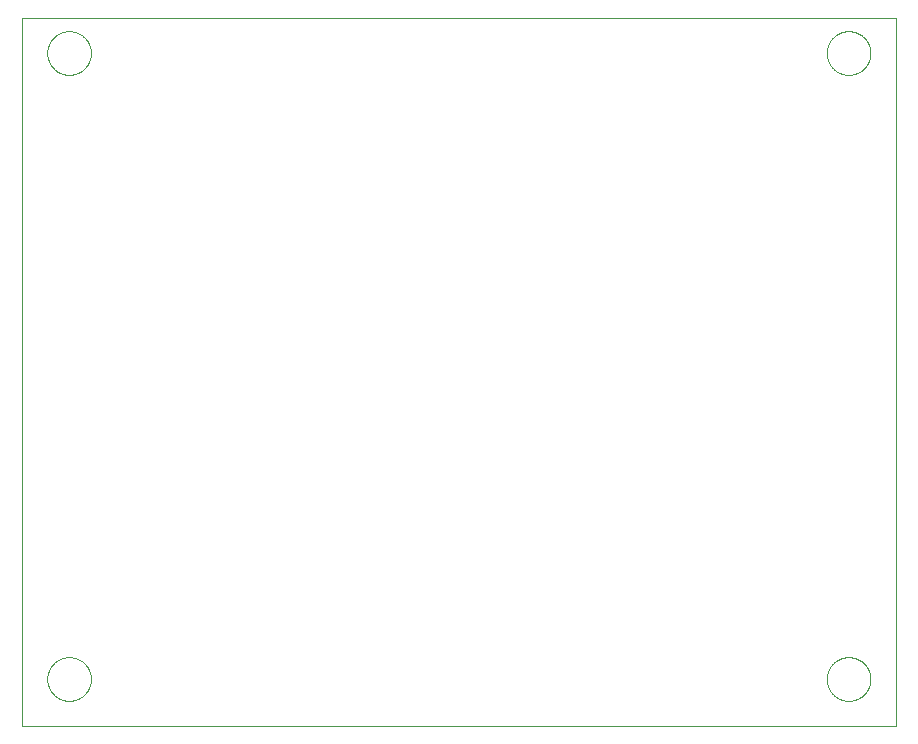
<source format=gko>
G75*
%MOIN*%
%OFA0B0*%
%FSLAX25Y25*%
%IPPOS*%
%LPD*%
%AMOC8*
5,1,8,0,0,1.08239X$1,22.5*
%
%ADD10C,0.00000*%
D10*
X0074954Y0001800D02*
X0074954Y0238020D01*
X0366293Y0238020D01*
X0366293Y0001800D01*
X0074954Y0001800D01*
X0083419Y0017548D02*
X0083421Y0017727D01*
X0083428Y0017905D01*
X0083439Y0018084D01*
X0083454Y0018262D01*
X0083474Y0018440D01*
X0083498Y0018617D01*
X0083526Y0018793D01*
X0083559Y0018969D01*
X0083596Y0019144D01*
X0083637Y0019318D01*
X0083683Y0019490D01*
X0083733Y0019662D01*
X0083787Y0019833D01*
X0083845Y0020002D01*
X0083907Y0020169D01*
X0083973Y0020335D01*
X0084044Y0020499D01*
X0084118Y0020662D01*
X0084197Y0020823D01*
X0084279Y0020981D01*
X0084365Y0021138D01*
X0084455Y0021292D01*
X0084549Y0021444D01*
X0084646Y0021594D01*
X0084748Y0021742D01*
X0084852Y0021886D01*
X0084960Y0022029D01*
X0085072Y0022168D01*
X0085187Y0022305D01*
X0085306Y0022439D01*
X0085427Y0022570D01*
X0085552Y0022698D01*
X0085680Y0022823D01*
X0085811Y0022944D01*
X0085945Y0023063D01*
X0086082Y0023178D01*
X0086221Y0023290D01*
X0086364Y0023398D01*
X0086508Y0023502D01*
X0086656Y0023604D01*
X0086806Y0023701D01*
X0086958Y0023795D01*
X0087112Y0023885D01*
X0087269Y0023971D01*
X0087427Y0024053D01*
X0087588Y0024132D01*
X0087751Y0024206D01*
X0087915Y0024277D01*
X0088081Y0024343D01*
X0088248Y0024405D01*
X0088417Y0024463D01*
X0088588Y0024517D01*
X0088760Y0024567D01*
X0088932Y0024613D01*
X0089106Y0024654D01*
X0089281Y0024691D01*
X0089457Y0024724D01*
X0089633Y0024752D01*
X0089810Y0024776D01*
X0089988Y0024796D01*
X0090166Y0024811D01*
X0090345Y0024822D01*
X0090523Y0024829D01*
X0090702Y0024831D01*
X0090881Y0024829D01*
X0091059Y0024822D01*
X0091238Y0024811D01*
X0091416Y0024796D01*
X0091594Y0024776D01*
X0091771Y0024752D01*
X0091947Y0024724D01*
X0092123Y0024691D01*
X0092298Y0024654D01*
X0092472Y0024613D01*
X0092644Y0024567D01*
X0092816Y0024517D01*
X0092987Y0024463D01*
X0093156Y0024405D01*
X0093323Y0024343D01*
X0093489Y0024277D01*
X0093653Y0024206D01*
X0093816Y0024132D01*
X0093977Y0024053D01*
X0094135Y0023971D01*
X0094292Y0023885D01*
X0094446Y0023795D01*
X0094598Y0023701D01*
X0094748Y0023604D01*
X0094896Y0023502D01*
X0095040Y0023398D01*
X0095183Y0023290D01*
X0095322Y0023178D01*
X0095459Y0023063D01*
X0095593Y0022944D01*
X0095724Y0022823D01*
X0095852Y0022698D01*
X0095977Y0022570D01*
X0096098Y0022439D01*
X0096217Y0022305D01*
X0096332Y0022168D01*
X0096444Y0022029D01*
X0096552Y0021886D01*
X0096656Y0021742D01*
X0096758Y0021594D01*
X0096855Y0021444D01*
X0096949Y0021292D01*
X0097039Y0021138D01*
X0097125Y0020981D01*
X0097207Y0020823D01*
X0097286Y0020662D01*
X0097360Y0020499D01*
X0097431Y0020335D01*
X0097497Y0020169D01*
X0097559Y0020002D01*
X0097617Y0019833D01*
X0097671Y0019662D01*
X0097721Y0019490D01*
X0097767Y0019318D01*
X0097808Y0019144D01*
X0097845Y0018969D01*
X0097878Y0018793D01*
X0097906Y0018617D01*
X0097930Y0018440D01*
X0097950Y0018262D01*
X0097965Y0018084D01*
X0097976Y0017905D01*
X0097983Y0017727D01*
X0097985Y0017548D01*
X0097983Y0017369D01*
X0097976Y0017191D01*
X0097965Y0017012D01*
X0097950Y0016834D01*
X0097930Y0016656D01*
X0097906Y0016479D01*
X0097878Y0016303D01*
X0097845Y0016127D01*
X0097808Y0015952D01*
X0097767Y0015778D01*
X0097721Y0015606D01*
X0097671Y0015434D01*
X0097617Y0015263D01*
X0097559Y0015094D01*
X0097497Y0014927D01*
X0097431Y0014761D01*
X0097360Y0014597D01*
X0097286Y0014434D01*
X0097207Y0014273D01*
X0097125Y0014115D01*
X0097039Y0013958D01*
X0096949Y0013804D01*
X0096855Y0013652D01*
X0096758Y0013502D01*
X0096656Y0013354D01*
X0096552Y0013210D01*
X0096444Y0013067D01*
X0096332Y0012928D01*
X0096217Y0012791D01*
X0096098Y0012657D01*
X0095977Y0012526D01*
X0095852Y0012398D01*
X0095724Y0012273D01*
X0095593Y0012152D01*
X0095459Y0012033D01*
X0095322Y0011918D01*
X0095183Y0011806D01*
X0095040Y0011698D01*
X0094896Y0011594D01*
X0094748Y0011492D01*
X0094598Y0011395D01*
X0094446Y0011301D01*
X0094292Y0011211D01*
X0094135Y0011125D01*
X0093977Y0011043D01*
X0093816Y0010964D01*
X0093653Y0010890D01*
X0093489Y0010819D01*
X0093323Y0010753D01*
X0093156Y0010691D01*
X0092987Y0010633D01*
X0092816Y0010579D01*
X0092644Y0010529D01*
X0092472Y0010483D01*
X0092298Y0010442D01*
X0092123Y0010405D01*
X0091947Y0010372D01*
X0091771Y0010344D01*
X0091594Y0010320D01*
X0091416Y0010300D01*
X0091238Y0010285D01*
X0091059Y0010274D01*
X0090881Y0010267D01*
X0090702Y0010265D01*
X0090523Y0010267D01*
X0090345Y0010274D01*
X0090166Y0010285D01*
X0089988Y0010300D01*
X0089810Y0010320D01*
X0089633Y0010344D01*
X0089457Y0010372D01*
X0089281Y0010405D01*
X0089106Y0010442D01*
X0088932Y0010483D01*
X0088760Y0010529D01*
X0088588Y0010579D01*
X0088417Y0010633D01*
X0088248Y0010691D01*
X0088081Y0010753D01*
X0087915Y0010819D01*
X0087751Y0010890D01*
X0087588Y0010964D01*
X0087427Y0011043D01*
X0087269Y0011125D01*
X0087112Y0011211D01*
X0086958Y0011301D01*
X0086806Y0011395D01*
X0086656Y0011492D01*
X0086508Y0011594D01*
X0086364Y0011698D01*
X0086221Y0011806D01*
X0086082Y0011918D01*
X0085945Y0012033D01*
X0085811Y0012152D01*
X0085680Y0012273D01*
X0085552Y0012398D01*
X0085427Y0012526D01*
X0085306Y0012657D01*
X0085187Y0012791D01*
X0085072Y0012928D01*
X0084960Y0013067D01*
X0084852Y0013210D01*
X0084748Y0013354D01*
X0084646Y0013502D01*
X0084549Y0013652D01*
X0084455Y0013804D01*
X0084365Y0013958D01*
X0084279Y0014115D01*
X0084197Y0014273D01*
X0084118Y0014434D01*
X0084044Y0014597D01*
X0083973Y0014761D01*
X0083907Y0014927D01*
X0083845Y0015094D01*
X0083787Y0015263D01*
X0083733Y0015434D01*
X0083683Y0015606D01*
X0083637Y0015778D01*
X0083596Y0015952D01*
X0083559Y0016127D01*
X0083526Y0016303D01*
X0083498Y0016479D01*
X0083474Y0016656D01*
X0083454Y0016834D01*
X0083439Y0017012D01*
X0083428Y0017191D01*
X0083421Y0017369D01*
X0083419Y0017548D01*
X0083419Y0226209D02*
X0083421Y0226388D01*
X0083428Y0226566D01*
X0083439Y0226745D01*
X0083454Y0226923D01*
X0083474Y0227101D01*
X0083498Y0227278D01*
X0083526Y0227454D01*
X0083559Y0227630D01*
X0083596Y0227805D01*
X0083637Y0227979D01*
X0083683Y0228151D01*
X0083733Y0228323D01*
X0083787Y0228494D01*
X0083845Y0228663D01*
X0083907Y0228830D01*
X0083973Y0228996D01*
X0084044Y0229160D01*
X0084118Y0229323D01*
X0084197Y0229484D01*
X0084279Y0229642D01*
X0084365Y0229799D01*
X0084455Y0229953D01*
X0084549Y0230105D01*
X0084646Y0230255D01*
X0084748Y0230403D01*
X0084852Y0230547D01*
X0084960Y0230690D01*
X0085072Y0230829D01*
X0085187Y0230966D01*
X0085306Y0231100D01*
X0085427Y0231231D01*
X0085552Y0231359D01*
X0085680Y0231484D01*
X0085811Y0231605D01*
X0085945Y0231724D01*
X0086082Y0231839D01*
X0086221Y0231951D01*
X0086364Y0232059D01*
X0086508Y0232163D01*
X0086656Y0232265D01*
X0086806Y0232362D01*
X0086958Y0232456D01*
X0087112Y0232546D01*
X0087269Y0232632D01*
X0087427Y0232714D01*
X0087588Y0232793D01*
X0087751Y0232867D01*
X0087915Y0232938D01*
X0088081Y0233004D01*
X0088248Y0233066D01*
X0088417Y0233124D01*
X0088588Y0233178D01*
X0088760Y0233228D01*
X0088932Y0233274D01*
X0089106Y0233315D01*
X0089281Y0233352D01*
X0089457Y0233385D01*
X0089633Y0233413D01*
X0089810Y0233437D01*
X0089988Y0233457D01*
X0090166Y0233472D01*
X0090345Y0233483D01*
X0090523Y0233490D01*
X0090702Y0233492D01*
X0090881Y0233490D01*
X0091059Y0233483D01*
X0091238Y0233472D01*
X0091416Y0233457D01*
X0091594Y0233437D01*
X0091771Y0233413D01*
X0091947Y0233385D01*
X0092123Y0233352D01*
X0092298Y0233315D01*
X0092472Y0233274D01*
X0092644Y0233228D01*
X0092816Y0233178D01*
X0092987Y0233124D01*
X0093156Y0233066D01*
X0093323Y0233004D01*
X0093489Y0232938D01*
X0093653Y0232867D01*
X0093816Y0232793D01*
X0093977Y0232714D01*
X0094135Y0232632D01*
X0094292Y0232546D01*
X0094446Y0232456D01*
X0094598Y0232362D01*
X0094748Y0232265D01*
X0094896Y0232163D01*
X0095040Y0232059D01*
X0095183Y0231951D01*
X0095322Y0231839D01*
X0095459Y0231724D01*
X0095593Y0231605D01*
X0095724Y0231484D01*
X0095852Y0231359D01*
X0095977Y0231231D01*
X0096098Y0231100D01*
X0096217Y0230966D01*
X0096332Y0230829D01*
X0096444Y0230690D01*
X0096552Y0230547D01*
X0096656Y0230403D01*
X0096758Y0230255D01*
X0096855Y0230105D01*
X0096949Y0229953D01*
X0097039Y0229799D01*
X0097125Y0229642D01*
X0097207Y0229484D01*
X0097286Y0229323D01*
X0097360Y0229160D01*
X0097431Y0228996D01*
X0097497Y0228830D01*
X0097559Y0228663D01*
X0097617Y0228494D01*
X0097671Y0228323D01*
X0097721Y0228151D01*
X0097767Y0227979D01*
X0097808Y0227805D01*
X0097845Y0227630D01*
X0097878Y0227454D01*
X0097906Y0227278D01*
X0097930Y0227101D01*
X0097950Y0226923D01*
X0097965Y0226745D01*
X0097976Y0226566D01*
X0097983Y0226388D01*
X0097985Y0226209D01*
X0097983Y0226030D01*
X0097976Y0225852D01*
X0097965Y0225673D01*
X0097950Y0225495D01*
X0097930Y0225317D01*
X0097906Y0225140D01*
X0097878Y0224964D01*
X0097845Y0224788D01*
X0097808Y0224613D01*
X0097767Y0224439D01*
X0097721Y0224267D01*
X0097671Y0224095D01*
X0097617Y0223924D01*
X0097559Y0223755D01*
X0097497Y0223588D01*
X0097431Y0223422D01*
X0097360Y0223258D01*
X0097286Y0223095D01*
X0097207Y0222934D01*
X0097125Y0222776D01*
X0097039Y0222619D01*
X0096949Y0222465D01*
X0096855Y0222313D01*
X0096758Y0222163D01*
X0096656Y0222015D01*
X0096552Y0221871D01*
X0096444Y0221728D01*
X0096332Y0221589D01*
X0096217Y0221452D01*
X0096098Y0221318D01*
X0095977Y0221187D01*
X0095852Y0221059D01*
X0095724Y0220934D01*
X0095593Y0220813D01*
X0095459Y0220694D01*
X0095322Y0220579D01*
X0095183Y0220467D01*
X0095040Y0220359D01*
X0094896Y0220255D01*
X0094748Y0220153D01*
X0094598Y0220056D01*
X0094446Y0219962D01*
X0094292Y0219872D01*
X0094135Y0219786D01*
X0093977Y0219704D01*
X0093816Y0219625D01*
X0093653Y0219551D01*
X0093489Y0219480D01*
X0093323Y0219414D01*
X0093156Y0219352D01*
X0092987Y0219294D01*
X0092816Y0219240D01*
X0092644Y0219190D01*
X0092472Y0219144D01*
X0092298Y0219103D01*
X0092123Y0219066D01*
X0091947Y0219033D01*
X0091771Y0219005D01*
X0091594Y0218981D01*
X0091416Y0218961D01*
X0091238Y0218946D01*
X0091059Y0218935D01*
X0090881Y0218928D01*
X0090702Y0218926D01*
X0090523Y0218928D01*
X0090345Y0218935D01*
X0090166Y0218946D01*
X0089988Y0218961D01*
X0089810Y0218981D01*
X0089633Y0219005D01*
X0089457Y0219033D01*
X0089281Y0219066D01*
X0089106Y0219103D01*
X0088932Y0219144D01*
X0088760Y0219190D01*
X0088588Y0219240D01*
X0088417Y0219294D01*
X0088248Y0219352D01*
X0088081Y0219414D01*
X0087915Y0219480D01*
X0087751Y0219551D01*
X0087588Y0219625D01*
X0087427Y0219704D01*
X0087269Y0219786D01*
X0087112Y0219872D01*
X0086958Y0219962D01*
X0086806Y0220056D01*
X0086656Y0220153D01*
X0086508Y0220255D01*
X0086364Y0220359D01*
X0086221Y0220467D01*
X0086082Y0220579D01*
X0085945Y0220694D01*
X0085811Y0220813D01*
X0085680Y0220934D01*
X0085552Y0221059D01*
X0085427Y0221187D01*
X0085306Y0221318D01*
X0085187Y0221452D01*
X0085072Y0221589D01*
X0084960Y0221728D01*
X0084852Y0221871D01*
X0084748Y0222015D01*
X0084646Y0222163D01*
X0084549Y0222313D01*
X0084455Y0222465D01*
X0084365Y0222619D01*
X0084279Y0222776D01*
X0084197Y0222934D01*
X0084118Y0223095D01*
X0084044Y0223258D01*
X0083973Y0223422D01*
X0083907Y0223588D01*
X0083845Y0223755D01*
X0083787Y0223924D01*
X0083733Y0224095D01*
X0083683Y0224267D01*
X0083637Y0224439D01*
X0083596Y0224613D01*
X0083559Y0224788D01*
X0083526Y0224964D01*
X0083498Y0225140D01*
X0083474Y0225317D01*
X0083454Y0225495D01*
X0083439Y0225673D01*
X0083428Y0225852D01*
X0083421Y0226030D01*
X0083419Y0226209D01*
X0343261Y0226209D02*
X0343263Y0226388D01*
X0343270Y0226566D01*
X0343281Y0226745D01*
X0343296Y0226923D01*
X0343316Y0227101D01*
X0343340Y0227278D01*
X0343368Y0227454D01*
X0343401Y0227630D01*
X0343438Y0227805D01*
X0343479Y0227979D01*
X0343525Y0228151D01*
X0343575Y0228323D01*
X0343629Y0228494D01*
X0343687Y0228663D01*
X0343749Y0228830D01*
X0343815Y0228996D01*
X0343886Y0229160D01*
X0343960Y0229323D01*
X0344039Y0229484D01*
X0344121Y0229642D01*
X0344207Y0229799D01*
X0344297Y0229953D01*
X0344391Y0230105D01*
X0344488Y0230255D01*
X0344590Y0230403D01*
X0344694Y0230547D01*
X0344802Y0230690D01*
X0344914Y0230829D01*
X0345029Y0230966D01*
X0345148Y0231100D01*
X0345269Y0231231D01*
X0345394Y0231359D01*
X0345522Y0231484D01*
X0345653Y0231605D01*
X0345787Y0231724D01*
X0345924Y0231839D01*
X0346063Y0231951D01*
X0346206Y0232059D01*
X0346350Y0232163D01*
X0346498Y0232265D01*
X0346648Y0232362D01*
X0346800Y0232456D01*
X0346954Y0232546D01*
X0347111Y0232632D01*
X0347269Y0232714D01*
X0347430Y0232793D01*
X0347593Y0232867D01*
X0347757Y0232938D01*
X0347923Y0233004D01*
X0348090Y0233066D01*
X0348259Y0233124D01*
X0348430Y0233178D01*
X0348602Y0233228D01*
X0348774Y0233274D01*
X0348948Y0233315D01*
X0349123Y0233352D01*
X0349299Y0233385D01*
X0349475Y0233413D01*
X0349652Y0233437D01*
X0349830Y0233457D01*
X0350008Y0233472D01*
X0350187Y0233483D01*
X0350365Y0233490D01*
X0350544Y0233492D01*
X0350723Y0233490D01*
X0350901Y0233483D01*
X0351080Y0233472D01*
X0351258Y0233457D01*
X0351436Y0233437D01*
X0351613Y0233413D01*
X0351789Y0233385D01*
X0351965Y0233352D01*
X0352140Y0233315D01*
X0352314Y0233274D01*
X0352486Y0233228D01*
X0352658Y0233178D01*
X0352829Y0233124D01*
X0352998Y0233066D01*
X0353165Y0233004D01*
X0353331Y0232938D01*
X0353495Y0232867D01*
X0353658Y0232793D01*
X0353819Y0232714D01*
X0353977Y0232632D01*
X0354134Y0232546D01*
X0354288Y0232456D01*
X0354440Y0232362D01*
X0354590Y0232265D01*
X0354738Y0232163D01*
X0354882Y0232059D01*
X0355025Y0231951D01*
X0355164Y0231839D01*
X0355301Y0231724D01*
X0355435Y0231605D01*
X0355566Y0231484D01*
X0355694Y0231359D01*
X0355819Y0231231D01*
X0355940Y0231100D01*
X0356059Y0230966D01*
X0356174Y0230829D01*
X0356286Y0230690D01*
X0356394Y0230547D01*
X0356498Y0230403D01*
X0356600Y0230255D01*
X0356697Y0230105D01*
X0356791Y0229953D01*
X0356881Y0229799D01*
X0356967Y0229642D01*
X0357049Y0229484D01*
X0357128Y0229323D01*
X0357202Y0229160D01*
X0357273Y0228996D01*
X0357339Y0228830D01*
X0357401Y0228663D01*
X0357459Y0228494D01*
X0357513Y0228323D01*
X0357563Y0228151D01*
X0357609Y0227979D01*
X0357650Y0227805D01*
X0357687Y0227630D01*
X0357720Y0227454D01*
X0357748Y0227278D01*
X0357772Y0227101D01*
X0357792Y0226923D01*
X0357807Y0226745D01*
X0357818Y0226566D01*
X0357825Y0226388D01*
X0357827Y0226209D01*
X0357825Y0226030D01*
X0357818Y0225852D01*
X0357807Y0225673D01*
X0357792Y0225495D01*
X0357772Y0225317D01*
X0357748Y0225140D01*
X0357720Y0224964D01*
X0357687Y0224788D01*
X0357650Y0224613D01*
X0357609Y0224439D01*
X0357563Y0224267D01*
X0357513Y0224095D01*
X0357459Y0223924D01*
X0357401Y0223755D01*
X0357339Y0223588D01*
X0357273Y0223422D01*
X0357202Y0223258D01*
X0357128Y0223095D01*
X0357049Y0222934D01*
X0356967Y0222776D01*
X0356881Y0222619D01*
X0356791Y0222465D01*
X0356697Y0222313D01*
X0356600Y0222163D01*
X0356498Y0222015D01*
X0356394Y0221871D01*
X0356286Y0221728D01*
X0356174Y0221589D01*
X0356059Y0221452D01*
X0355940Y0221318D01*
X0355819Y0221187D01*
X0355694Y0221059D01*
X0355566Y0220934D01*
X0355435Y0220813D01*
X0355301Y0220694D01*
X0355164Y0220579D01*
X0355025Y0220467D01*
X0354882Y0220359D01*
X0354738Y0220255D01*
X0354590Y0220153D01*
X0354440Y0220056D01*
X0354288Y0219962D01*
X0354134Y0219872D01*
X0353977Y0219786D01*
X0353819Y0219704D01*
X0353658Y0219625D01*
X0353495Y0219551D01*
X0353331Y0219480D01*
X0353165Y0219414D01*
X0352998Y0219352D01*
X0352829Y0219294D01*
X0352658Y0219240D01*
X0352486Y0219190D01*
X0352314Y0219144D01*
X0352140Y0219103D01*
X0351965Y0219066D01*
X0351789Y0219033D01*
X0351613Y0219005D01*
X0351436Y0218981D01*
X0351258Y0218961D01*
X0351080Y0218946D01*
X0350901Y0218935D01*
X0350723Y0218928D01*
X0350544Y0218926D01*
X0350365Y0218928D01*
X0350187Y0218935D01*
X0350008Y0218946D01*
X0349830Y0218961D01*
X0349652Y0218981D01*
X0349475Y0219005D01*
X0349299Y0219033D01*
X0349123Y0219066D01*
X0348948Y0219103D01*
X0348774Y0219144D01*
X0348602Y0219190D01*
X0348430Y0219240D01*
X0348259Y0219294D01*
X0348090Y0219352D01*
X0347923Y0219414D01*
X0347757Y0219480D01*
X0347593Y0219551D01*
X0347430Y0219625D01*
X0347269Y0219704D01*
X0347111Y0219786D01*
X0346954Y0219872D01*
X0346800Y0219962D01*
X0346648Y0220056D01*
X0346498Y0220153D01*
X0346350Y0220255D01*
X0346206Y0220359D01*
X0346063Y0220467D01*
X0345924Y0220579D01*
X0345787Y0220694D01*
X0345653Y0220813D01*
X0345522Y0220934D01*
X0345394Y0221059D01*
X0345269Y0221187D01*
X0345148Y0221318D01*
X0345029Y0221452D01*
X0344914Y0221589D01*
X0344802Y0221728D01*
X0344694Y0221871D01*
X0344590Y0222015D01*
X0344488Y0222163D01*
X0344391Y0222313D01*
X0344297Y0222465D01*
X0344207Y0222619D01*
X0344121Y0222776D01*
X0344039Y0222934D01*
X0343960Y0223095D01*
X0343886Y0223258D01*
X0343815Y0223422D01*
X0343749Y0223588D01*
X0343687Y0223755D01*
X0343629Y0223924D01*
X0343575Y0224095D01*
X0343525Y0224267D01*
X0343479Y0224439D01*
X0343438Y0224613D01*
X0343401Y0224788D01*
X0343368Y0224964D01*
X0343340Y0225140D01*
X0343316Y0225317D01*
X0343296Y0225495D01*
X0343281Y0225673D01*
X0343270Y0225852D01*
X0343263Y0226030D01*
X0343261Y0226209D01*
X0343261Y0017548D02*
X0343263Y0017727D01*
X0343270Y0017905D01*
X0343281Y0018084D01*
X0343296Y0018262D01*
X0343316Y0018440D01*
X0343340Y0018617D01*
X0343368Y0018793D01*
X0343401Y0018969D01*
X0343438Y0019144D01*
X0343479Y0019318D01*
X0343525Y0019490D01*
X0343575Y0019662D01*
X0343629Y0019833D01*
X0343687Y0020002D01*
X0343749Y0020169D01*
X0343815Y0020335D01*
X0343886Y0020499D01*
X0343960Y0020662D01*
X0344039Y0020823D01*
X0344121Y0020981D01*
X0344207Y0021138D01*
X0344297Y0021292D01*
X0344391Y0021444D01*
X0344488Y0021594D01*
X0344590Y0021742D01*
X0344694Y0021886D01*
X0344802Y0022029D01*
X0344914Y0022168D01*
X0345029Y0022305D01*
X0345148Y0022439D01*
X0345269Y0022570D01*
X0345394Y0022698D01*
X0345522Y0022823D01*
X0345653Y0022944D01*
X0345787Y0023063D01*
X0345924Y0023178D01*
X0346063Y0023290D01*
X0346206Y0023398D01*
X0346350Y0023502D01*
X0346498Y0023604D01*
X0346648Y0023701D01*
X0346800Y0023795D01*
X0346954Y0023885D01*
X0347111Y0023971D01*
X0347269Y0024053D01*
X0347430Y0024132D01*
X0347593Y0024206D01*
X0347757Y0024277D01*
X0347923Y0024343D01*
X0348090Y0024405D01*
X0348259Y0024463D01*
X0348430Y0024517D01*
X0348602Y0024567D01*
X0348774Y0024613D01*
X0348948Y0024654D01*
X0349123Y0024691D01*
X0349299Y0024724D01*
X0349475Y0024752D01*
X0349652Y0024776D01*
X0349830Y0024796D01*
X0350008Y0024811D01*
X0350187Y0024822D01*
X0350365Y0024829D01*
X0350544Y0024831D01*
X0350723Y0024829D01*
X0350901Y0024822D01*
X0351080Y0024811D01*
X0351258Y0024796D01*
X0351436Y0024776D01*
X0351613Y0024752D01*
X0351789Y0024724D01*
X0351965Y0024691D01*
X0352140Y0024654D01*
X0352314Y0024613D01*
X0352486Y0024567D01*
X0352658Y0024517D01*
X0352829Y0024463D01*
X0352998Y0024405D01*
X0353165Y0024343D01*
X0353331Y0024277D01*
X0353495Y0024206D01*
X0353658Y0024132D01*
X0353819Y0024053D01*
X0353977Y0023971D01*
X0354134Y0023885D01*
X0354288Y0023795D01*
X0354440Y0023701D01*
X0354590Y0023604D01*
X0354738Y0023502D01*
X0354882Y0023398D01*
X0355025Y0023290D01*
X0355164Y0023178D01*
X0355301Y0023063D01*
X0355435Y0022944D01*
X0355566Y0022823D01*
X0355694Y0022698D01*
X0355819Y0022570D01*
X0355940Y0022439D01*
X0356059Y0022305D01*
X0356174Y0022168D01*
X0356286Y0022029D01*
X0356394Y0021886D01*
X0356498Y0021742D01*
X0356600Y0021594D01*
X0356697Y0021444D01*
X0356791Y0021292D01*
X0356881Y0021138D01*
X0356967Y0020981D01*
X0357049Y0020823D01*
X0357128Y0020662D01*
X0357202Y0020499D01*
X0357273Y0020335D01*
X0357339Y0020169D01*
X0357401Y0020002D01*
X0357459Y0019833D01*
X0357513Y0019662D01*
X0357563Y0019490D01*
X0357609Y0019318D01*
X0357650Y0019144D01*
X0357687Y0018969D01*
X0357720Y0018793D01*
X0357748Y0018617D01*
X0357772Y0018440D01*
X0357792Y0018262D01*
X0357807Y0018084D01*
X0357818Y0017905D01*
X0357825Y0017727D01*
X0357827Y0017548D01*
X0357825Y0017369D01*
X0357818Y0017191D01*
X0357807Y0017012D01*
X0357792Y0016834D01*
X0357772Y0016656D01*
X0357748Y0016479D01*
X0357720Y0016303D01*
X0357687Y0016127D01*
X0357650Y0015952D01*
X0357609Y0015778D01*
X0357563Y0015606D01*
X0357513Y0015434D01*
X0357459Y0015263D01*
X0357401Y0015094D01*
X0357339Y0014927D01*
X0357273Y0014761D01*
X0357202Y0014597D01*
X0357128Y0014434D01*
X0357049Y0014273D01*
X0356967Y0014115D01*
X0356881Y0013958D01*
X0356791Y0013804D01*
X0356697Y0013652D01*
X0356600Y0013502D01*
X0356498Y0013354D01*
X0356394Y0013210D01*
X0356286Y0013067D01*
X0356174Y0012928D01*
X0356059Y0012791D01*
X0355940Y0012657D01*
X0355819Y0012526D01*
X0355694Y0012398D01*
X0355566Y0012273D01*
X0355435Y0012152D01*
X0355301Y0012033D01*
X0355164Y0011918D01*
X0355025Y0011806D01*
X0354882Y0011698D01*
X0354738Y0011594D01*
X0354590Y0011492D01*
X0354440Y0011395D01*
X0354288Y0011301D01*
X0354134Y0011211D01*
X0353977Y0011125D01*
X0353819Y0011043D01*
X0353658Y0010964D01*
X0353495Y0010890D01*
X0353331Y0010819D01*
X0353165Y0010753D01*
X0352998Y0010691D01*
X0352829Y0010633D01*
X0352658Y0010579D01*
X0352486Y0010529D01*
X0352314Y0010483D01*
X0352140Y0010442D01*
X0351965Y0010405D01*
X0351789Y0010372D01*
X0351613Y0010344D01*
X0351436Y0010320D01*
X0351258Y0010300D01*
X0351080Y0010285D01*
X0350901Y0010274D01*
X0350723Y0010267D01*
X0350544Y0010265D01*
X0350365Y0010267D01*
X0350187Y0010274D01*
X0350008Y0010285D01*
X0349830Y0010300D01*
X0349652Y0010320D01*
X0349475Y0010344D01*
X0349299Y0010372D01*
X0349123Y0010405D01*
X0348948Y0010442D01*
X0348774Y0010483D01*
X0348602Y0010529D01*
X0348430Y0010579D01*
X0348259Y0010633D01*
X0348090Y0010691D01*
X0347923Y0010753D01*
X0347757Y0010819D01*
X0347593Y0010890D01*
X0347430Y0010964D01*
X0347269Y0011043D01*
X0347111Y0011125D01*
X0346954Y0011211D01*
X0346800Y0011301D01*
X0346648Y0011395D01*
X0346498Y0011492D01*
X0346350Y0011594D01*
X0346206Y0011698D01*
X0346063Y0011806D01*
X0345924Y0011918D01*
X0345787Y0012033D01*
X0345653Y0012152D01*
X0345522Y0012273D01*
X0345394Y0012398D01*
X0345269Y0012526D01*
X0345148Y0012657D01*
X0345029Y0012791D01*
X0344914Y0012928D01*
X0344802Y0013067D01*
X0344694Y0013210D01*
X0344590Y0013354D01*
X0344488Y0013502D01*
X0344391Y0013652D01*
X0344297Y0013804D01*
X0344207Y0013958D01*
X0344121Y0014115D01*
X0344039Y0014273D01*
X0343960Y0014434D01*
X0343886Y0014597D01*
X0343815Y0014761D01*
X0343749Y0014927D01*
X0343687Y0015094D01*
X0343629Y0015263D01*
X0343575Y0015434D01*
X0343525Y0015606D01*
X0343479Y0015778D01*
X0343438Y0015952D01*
X0343401Y0016127D01*
X0343368Y0016303D01*
X0343340Y0016479D01*
X0343316Y0016656D01*
X0343296Y0016834D01*
X0343281Y0017012D01*
X0343270Y0017191D01*
X0343263Y0017369D01*
X0343261Y0017548D01*
M02*

</source>
